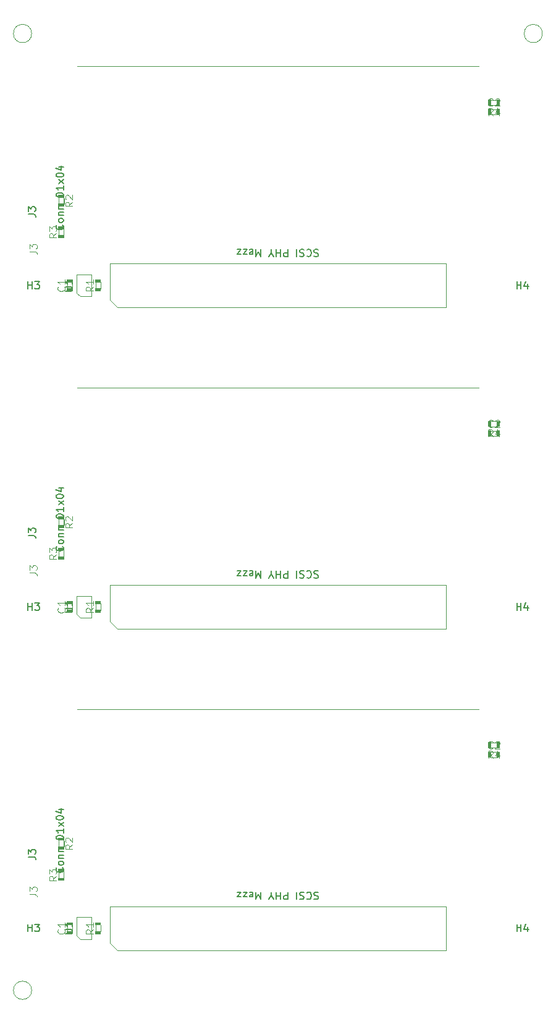
<source format=gbr>
G04 #@! TF.GenerationSoftware,KiCad,Pcbnew,8.0.6*
G04 #@! TF.CreationDate,2024-11-07T02:26:47-08:00*
G04 #@! TF.ProjectId,hvd-50-hd-panel,6876642d-3530-42d6-9864-2d70616e656c,1*
G04 #@! TF.SameCoordinates,Original*
G04 #@! TF.FileFunction,AssemblyDrawing,Top*
%FSLAX46Y46*%
G04 Gerber Fmt 4.6, Leading zero omitted, Abs format (unit mm)*
G04 Created by KiCad (PCBNEW 8.0.6) date 2024-11-07 02:26:47*
%MOMM*%
%LPD*%
G01*
G04 APERTURE LIST*
%ADD10C,0.100000*%
%ADD11C,0.150000*%
%ADD12C,0.000000*%
%ADD13C,0.050000*%
G04 APERTURE END LIST*
D10*
X-62792580Y98835334D02*
X-63268771Y98502001D01*
X-62792580Y98263906D02*
X-63792580Y98263906D01*
X-63792580Y98263906D02*
X-63792580Y98644858D01*
X-63792580Y98644858D02*
X-63744961Y98740096D01*
X-63744961Y98740096D02*
X-63697342Y98787715D01*
X-63697342Y98787715D02*
X-63602104Y98835334D01*
X-63602104Y98835334D02*
X-63459247Y98835334D01*
X-63459247Y98835334D02*
X-63364009Y98787715D01*
X-63364009Y98787715D02*
X-63316390Y98740096D01*
X-63316390Y98740096D02*
X-63268771Y98644858D01*
X-63268771Y98644858D02*
X-63268771Y98263906D01*
X-62792580Y99787715D02*
X-62792580Y99216287D01*
X-62792580Y99502001D02*
X-63792580Y99502001D01*
X-63792580Y99502001D02*
X-63649723Y99406763D01*
X-63649723Y99406763D02*
X-63554485Y99311525D01*
X-63554485Y99311525D02*
X-63506866Y99216287D01*
X-65642582Y66435334D02*
X-66118773Y66102001D01*
X-65642582Y65863906D02*
X-66642582Y65863906D01*
X-66642582Y65863906D02*
X-66642582Y66244858D01*
X-66642582Y66244858D02*
X-66594963Y66340096D01*
X-66594963Y66340096D02*
X-66547344Y66387715D01*
X-66547344Y66387715D02*
X-66452106Y66435334D01*
X-66452106Y66435334D02*
X-66309249Y66435334D01*
X-66309249Y66435334D02*
X-66214011Y66387715D01*
X-66214011Y66387715D02*
X-66166392Y66340096D01*
X-66166392Y66340096D02*
X-66118773Y66244858D01*
X-66118773Y66244858D02*
X-66118773Y65863906D01*
X-66547344Y66816287D02*
X-66594963Y66863906D01*
X-66594963Y66863906D02*
X-66642582Y66959144D01*
X-66642582Y66959144D02*
X-66642582Y67197239D01*
X-66642582Y67197239D02*
X-66594963Y67292477D01*
X-66594963Y67292477D02*
X-66547344Y67340096D01*
X-66547344Y67340096D02*
X-66452106Y67387715D01*
X-66452106Y67387715D02*
X-66356868Y67387715D01*
X-66356868Y67387715D02*
X-66214011Y67340096D01*
X-66214011Y67340096D02*
X-65642582Y66768668D01*
X-65642582Y66768668D02*
X-65642582Y67387715D01*
D11*
X-31976191Y59909201D02*
X-32119048Y59956821D01*
X-32119048Y59956821D02*
X-32357143Y59956821D01*
X-32357143Y59956821D02*
X-32452381Y59909201D01*
X-32452381Y59909201D02*
X-32500000Y59861582D01*
X-32500000Y59861582D02*
X-32547619Y59766344D01*
X-32547619Y59766344D02*
X-32547619Y59671106D01*
X-32547619Y59671106D02*
X-32500000Y59575868D01*
X-32500000Y59575868D02*
X-32452381Y59528249D01*
X-32452381Y59528249D02*
X-32357143Y59480630D01*
X-32357143Y59480630D02*
X-32166667Y59433011D01*
X-32166667Y59433011D02*
X-32071429Y59385392D01*
X-32071429Y59385392D02*
X-32023810Y59337773D01*
X-32023810Y59337773D02*
X-31976191Y59242535D01*
X-31976191Y59242535D02*
X-31976191Y59147297D01*
X-31976191Y59147297D02*
X-32023810Y59052059D01*
X-32023810Y59052059D02*
X-32071429Y59004440D01*
X-32071429Y59004440D02*
X-32166667Y58956821D01*
X-32166667Y58956821D02*
X-32404762Y58956821D01*
X-32404762Y58956821D02*
X-32547619Y59004440D01*
X-33547619Y59861582D02*
X-33500000Y59909201D01*
X-33500000Y59909201D02*
X-33357143Y59956821D01*
X-33357143Y59956821D02*
X-33261905Y59956821D01*
X-33261905Y59956821D02*
X-33119048Y59909201D01*
X-33119048Y59909201D02*
X-33023810Y59813963D01*
X-33023810Y59813963D02*
X-32976191Y59718725D01*
X-32976191Y59718725D02*
X-32928572Y59528249D01*
X-32928572Y59528249D02*
X-32928572Y59385392D01*
X-32928572Y59385392D02*
X-32976191Y59194916D01*
X-32976191Y59194916D02*
X-33023810Y59099678D01*
X-33023810Y59099678D02*
X-33119048Y59004440D01*
X-33119048Y59004440D02*
X-33261905Y58956821D01*
X-33261905Y58956821D02*
X-33357143Y58956821D01*
X-33357143Y58956821D02*
X-33500000Y59004440D01*
X-33500000Y59004440D02*
X-33547619Y59052059D01*
X-33928572Y59909201D02*
X-34071429Y59956821D01*
X-34071429Y59956821D02*
X-34309524Y59956821D01*
X-34309524Y59956821D02*
X-34404762Y59909201D01*
X-34404762Y59909201D02*
X-34452381Y59861582D01*
X-34452381Y59861582D02*
X-34500000Y59766344D01*
X-34500000Y59766344D02*
X-34500000Y59671106D01*
X-34500000Y59671106D02*
X-34452381Y59575868D01*
X-34452381Y59575868D02*
X-34404762Y59528249D01*
X-34404762Y59528249D02*
X-34309524Y59480630D01*
X-34309524Y59480630D02*
X-34119048Y59433011D01*
X-34119048Y59433011D02*
X-34023810Y59385392D01*
X-34023810Y59385392D02*
X-33976191Y59337773D01*
X-33976191Y59337773D02*
X-33928572Y59242535D01*
X-33928572Y59242535D02*
X-33928572Y59147297D01*
X-33928572Y59147297D02*
X-33976191Y59052059D01*
X-33976191Y59052059D02*
X-34023810Y59004440D01*
X-34023810Y59004440D02*
X-34119048Y58956821D01*
X-34119048Y58956821D02*
X-34357143Y58956821D01*
X-34357143Y58956821D02*
X-34500000Y59004440D01*
X-34928572Y59956821D02*
X-34928572Y58956821D01*
X-36166667Y59956821D02*
X-36166667Y58956821D01*
X-36166667Y58956821D02*
X-36547619Y58956821D01*
X-36547619Y58956821D02*
X-36642857Y59004440D01*
X-36642857Y59004440D02*
X-36690476Y59052059D01*
X-36690476Y59052059D02*
X-36738095Y59147297D01*
X-36738095Y59147297D02*
X-36738095Y59290154D01*
X-36738095Y59290154D02*
X-36690476Y59385392D01*
X-36690476Y59385392D02*
X-36642857Y59433011D01*
X-36642857Y59433011D02*
X-36547619Y59480630D01*
X-36547619Y59480630D02*
X-36166667Y59480630D01*
X-37166667Y59956821D02*
X-37166667Y58956821D01*
X-37166667Y59433011D02*
X-37738095Y59433011D01*
X-37738095Y59956821D02*
X-37738095Y58956821D01*
X-38404762Y59480630D02*
X-38404762Y59956821D01*
X-38071429Y58956821D02*
X-38404762Y59480630D01*
X-38404762Y59480630D02*
X-38738095Y58956821D01*
X-39833334Y59956821D02*
X-39833334Y58956821D01*
X-39833334Y58956821D02*
X-40166667Y59671106D01*
X-40166667Y59671106D02*
X-40500000Y58956821D01*
X-40500000Y58956821D02*
X-40500000Y59956821D01*
X-41357143Y59909201D02*
X-41261905Y59956821D01*
X-41261905Y59956821D02*
X-41071429Y59956821D01*
X-41071429Y59956821D02*
X-40976191Y59909201D01*
X-40976191Y59909201D02*
X-40928572Y59813963D01*
X-40928572Y59813963D02*
X-40928572Y59433011D01*
X-40928572Y59433011D02*
X-40976191Y59337773D01*
X-40976191Y59337773D02*
X-41071429Y59290154D01*
X-41071429Y59290154D02*
X-41261905Y59290154D01*
X-41261905Y59290154D02*
X-41357143Y59337773D01*
X-41357143Y59337773D02*
X-41404762Y59433011D01*
X-41404762Y59433011D02*
X-41404762Y59528249D01*
X-41404762Y59528249D02*
X-40928572Y59623487D01*
X-41738096Y59290154D02*
X-42261905Y59290154D01*
X-42261905Y59290154D02*
X-41738096Y59956821D01*
X-41738096Y59956821D02*
X-42261905Y59956821D01*
X-42547620Y59290154D02*
X-43071429Y59290154D01*
X-43071429Y59290154D02*
X-42547620Y59956821D01*
X-42547620Y59956821D02*
X-43071429Y59956821D01*
X-4761905Y54547181D02*
X-4761905Y55547181D01*
X-4761905Y55070991D02*
X-4190477Y55070991D01*
X-4190477Y54547181D02*
X-4190477Y55547181D01*
X-3285715Y55213848D02*
X-3285715Y54547181D01*
X-3523810Y55594800D02*
X-3761905Y54880515D01*
X-3761905Y54880515D02*
X-3142858Y54880515D01*
D10*
X-62792580Y54835334D02*
X-63268771Y54502001D01*
X-62792580Y54263906D02*
X-63792580Y54263906D01*
X-63792580Y54263906D02*
X-63792580Y54644858D01*
X-63792580Y54644858D02*
X-63744961Y54740096D01*
X-63744961Y54740096D02*
X-63697342Y54787715D01*
X-63697342Y54787715D02*
X-63602104Y54835334D01*
X-63602104Y54835334D02*
X-63459247Y54835334D01*
X-63459247Y54835334D02*
X-63364009Y54787715D01*
X-63364009Y54787715D02*
X-63316390Y54740096D01*
X-63316390Y54740096D02*
X-63268771Y54644858D01*
X-63268771Y54644858D02*
X-63268771Y54263906D01*
X-62792580Y55787715D02*
X-62792580Y55216287D01*
X-62792580Y55502001D02*
X-63792580Y55502001D01*
X-63792580Y55502001D02*
X-63649723Y55406763D01*
X-63649723Y55406763D02*
X-63554485Y55311525D01*
X-63554485Y55311525D02*
X-63506866Y55216287D01*
D11*
X-4761905Y10547181D02*
X-4761905Y11547181D01*
X-4761905Y11070991D02*
X-4190477Y11070991D01*
X-4190477Y10547181D02*
X-4190477Y11547181D01*
X-3285715Y11213848D02*
X-3285715Y10547181D01*
X-3523810Y11594800D02*
X-3761905Y10880515D01*
X-3761905Y10880515D02*
X-3142858Y10880515D01*
D10*
X-71542581Y15668667D02*
X-70828296Y15668667D01*
X-70828296Y15668667D02*
X-70685439Y15621048D01*
X-70685439Y15621048D02*
X-70590200Y15525810D01*
X-70590200Y15525810D02*
X-70542581Y15382953D01*
X-70542581Y15382953D02*
X-70542581Y15287715D01*
X-71542581Y16049620D02*
X-71542581Y16668667D01*
X-71542581Y16668667D02*
X-71161629Y16335334D01*
X-71161629Y16335334D02*
X-71161629Y16478191D01*
X-71161629Y16478191D02*
X-71114010Y16573429D01*
X-71114010Y16573429D02*
X-71066391Y16621048D01*
X-71066391Y16621048D02*
X-70971153Y16668667D01*
X-70971153Y16668667D02*
X-70733058Y16668667D01*
X-70733058Y16668667D02*
X-70637820Y16621048D01*
X-70637820Y16621048D02*
X-70590200Y16573429D01*
X-70590200Y16573429D02*
X-70542581Y16478191D01*
X-70542581Y16478191D02*
X-70542581Y16192477D01*
X-70542581Y16192477D02*
X-70590200Y16097239D01*
X-70590200Y16097239D02*
X-70637820Y16049620D01*
D11*
X-67000421Y19273905D02*
X-66952801Y19226286D01*
X-66952801Y19226286D02*
X-66905182Y19083429D01*
X-66905182Y19083429D02*
X-66905182Y18988191D01*
X-66905182Y18988191D02*
X-66952801Y18845334D01*
X-66952801Y18845334D02*
X-67048040Y18750096D01*
X-67048040Y18750096D02*
X-67143278Y18702477D01*
X-67143278Y18702477D02*
X-67333754Y18654858D01*
X-67333754Y18654858D02*
X-67476611Y18654858D01*
X-67476611Y18654858D02*
X-67667087Y18702477D01*
X-67667087Y18702477D02*
X-67762325Y18750096D01*
X-67762325Y18750096D02*
X-67857563Y18845334D01*
X-67857563Y18845334D02*
X-67905182Y18988191D01*
X-67905182Y18988191D02*
X-67905182Y19083429D01*
X-67905182Y19083429D02*
X-67857563Y19226286D01*
X-67857563Y19226286D02*
X-67809944Y19273905D01*
X-66905182Y19845334D02*
X-66952801Y19750096D01*
X-66952801Y19750096D02*
X-67000421Y19702477D01*
X-67000421Y19702477D02*
X-67095659Y19654858D01*
X-67095659Y19654858D02*
X-67381373Y19654858D01*
X-67381373Y19654858D02*
X-67476611Y19702477D01*
X-67476611Y19702477D02*
X-67524230Y19750096D01*
X-67524230Y19750096D02*
X-67571849Y19845334D01*
X-67571849Y19845334D02*
X-67571849Y19988191D01*
X-67571849Y19988191D02*
X-67524230Y20083429D01*
X-67524230Y20083429D02*
X-67476611Y20131048D01*
X-67476611Y20131048D02*
X-67381373Y20178667D01*
X-67381373Y20178667D02*
X-67095659Y20178667D01*
X-67095659Y20178667D02*
X-67000421Y20131048D01*
X-67000421Y20131048D02*
X-66952801Y20083429D01*
X-66952801Y20083429D02*
X-66905182Y19988191D01*
X-66905182Y19988191D02*
X-66905182Y19845334D01*
X-67571849Y20607239D02*
X-66905182Y20607239D01*
X-67476611Y20607239D02*
X-67524230Y20654858D01*
X-67524230Y20654858D02*
X-67571849Y20750096D01*
X-67571849Y20750096D02*
X-67571849Y20892953D01*
X-67571849Y20892953D02*
X-67524230Y20988191D01*
X-67524230Y20988191D02*
X-67428992Y21035810D01*
X-67428992Y21035810D02*
X-66905182Y21035810D01*
X-67571849Y21512001D02*
X-66905182Y21512001D01*
X-67476611Y21512001D02*
X-67524230Y21559620D01*
X-67524230Y21559620D02*
X-67571849Y21654858D01*
X-67571849Y21654858D02*
X-67571849Y21797715D01*
X-67571849Y21797715D02*
X-67524230Y21892953D01*
X-67524230Y21892953D02*
X-67428992Y21940572D01*
X-67428992Y21940572D02*
X-66905182Y21940572D01*
X-66809944Y22178667D02*
X-66809944Y22940572D01*
X-67905182Y23369144D02*
X-67905182Y23464382D01*
X-67905182Y23464382D02*
X-67857563Y23559620D01*
X-67857563Y23559620D02*
X-67809944Y23607239D01*
X-67809944Y23607239D02*
X-67714706Y23654858D01*
X-67714706Y23654858D02*
X-67524230Y23702477D01*
X-67524230Y23702477D02*
X-67286135Y23702477D01*
X-67286135Y23702477D02*
X-67095659Y23654858D01*
X-67095659Y23654858D02*
X-67000421Y23607239D01*
X-67000421Y23607239D02*
X-66952801Y23559620D01*
X-66952801Y23559620D02*
X-66905182Y23464382D01*
X-66905182Y23464382D02*
X-66905182Y23369144D01*
X-66905182Y23369144D02*
X-66952801Y23273906D01*
X-66952801Y23273906D02*
X-67000421Y23226287D01*
X-67000421Y23226287D02*
X-67095659Y23178668D01*
X-67095659Y23178668D02*
X-67286135Y23131049D01*
X-67286135Y23131049D02*
X-67524230Y23131049D01*
X-67524230Y23131049D02*
X-67714706Y23178668D01*
X-67714706Y23178668D02*
X-67809944Y23226287D01*
X-67809944Y23226287D02*
X-67857563Y23273906D01*
X-67857563Y23273906D02*
X-67905182Y23369144D01*
X-66905182Y24654858D02*
X-66905182Y24083430D01*
X-66905182Y24369144D02*
X-67905182Y24369144D01*
X-67905182Y24369144D02*
X-67762325Y24273906D01*
X-67762325Y24273906D02*
X-67667087Y24178668D01*
X-67667087Y24178668D02*
X-67619468Y24083430D01*
X-66905182Y24988192D02*
X-67571849Y25512001D01*
X-67571849Y24988192D02*
X-66905182Y25512001D01*
X-67905182Y26083430D02*
X-67905182Y26178668D01*
X-67905182Y26178668D02*
X-67857563Y26273906D01*
X-67857563Y26273906D02*
X-67809944Y26321525D01*
X-67809944Y26321525D02*
X-67714706Y26369144D01*
X-67714706Y26369144D02*
X-67524230Y26416763D01*
X-67524230Y26416763D02*
X-67286135Y26416763D01*
X-67286135Y26416763D02*
X-67095659Y26369144D01*
X-67095659Y26369144D02*
X-67000421Y26321525D01*
X-67000421Y26321525D02*
X-66952801Y26273906D01*
X-66952801Y26273906D02*
X-66905182Y26178668D01*
X-66905182Y26178668D02*
X-66905182Y26083430D01*
X-66905182Y26083430D02*
X-66952801Y25988192D01*
X-66952801Y25988192D02*
X-67000421Y25940573D01*
X-67000421Y25940573D02*
X-67095659Y25892954D01*
X-67095659Y25892954D02*
X-67286135Y25845335D01*
X-67286135Y25845335D02*
X-67524230Y25845335D01*
X-67524230Y25845335D02*
X-67714706Y25892954D01*
X-67714706Y25892954D02*
X-67809944Y25940573D01*
X-67809944Y25940573D02*
X-67857563Y25988192D01*
X-67857563Y25988192D02*
X-67905182Y26083430D01*
X-67571849Y27273906D02*
X-66905182Y27273906D01*
X-67952801Y27035811D02*
X-67238516Y26797716D01*
X-67238516Y26797716D02*
X-67238516Y27416763D01*
X-71715181Y20773667D02*
X-71000896Y20773667D01*
X-71000896Y20773667D02*
X-70858039Y20726048D01*
X-70858039Y20726048D02*
X-70762800Y20630810D01*
X-70762800Y20630810D02*
X-70715181Y20487953D01*
X-70715181Y20487953D02*
X-70715181Y20392715D01*
X-71715181Y21154620D02*
X-71715181Y21773667D01*
X-71715181Y21773667D02*
X-71334229Y21440334D01*
X-71334229Y21440334D02*
X-71334229Y21583191D01*
X-71334229Y21583191D02*
X-71286610Y21678429D01*
X-71286610Y21678429D02*
X-71238991Y21726048D01*
X-71238991Y21726048D02*
X-71143753Y21773667D01*
X-71143753Y21773667D02*
X-70905658Y21773667D01*
X-70905658Y21773667D02*
X-70810420Y21726048D01*
X-70810420Y21726048D02*
X-70762800Y21678429D01*
X-70762800Y21678429D02*
X-70715181Y21583191D01*
X-70715181Y21583191D02*
X-70715181Y21297477D01*
X-70715181Y21297477D02*
X-70762800Y21202239D01*
X-70762800Y21202239D02*
X-70810420Y21154620D01*
X-31976191Y103909201D02*
X-32119048Y103956821D01*
X-32119048Y103956821D02*
X-32357143Y103956821D01*
X-32357143Y103956821D02*
X-32452381Y103909201D01*
X-32452381Y103909201D02*
X-32500000Y103861582D01*
X-32500000Y103861582D02*
X-32547619Y103766344D01*
X-32547619Y103766344D02*
X-32547619Y103671106D01*
X-32547619Y103671106D02*
X-32500000Y103575868D01*
X-32500000Y103575868D02*
X-32452381Y103528249D01*
X-32452381Y103528249D02*
X-32357143Y103480630D01*
X-32357143Y103480630D02*
X-32166667Y103433011D01*
X-32166667Y103433011D02*
X-32071429Y103385392D01*
X-32071429Y103385392D02*
X-32023810Y103337773D01*
X-32023810Y103337773D02*
X-31976191Y103242535D01*
X-31976191Y103242535D02*
X-31976191Y103147297D01*
X-31976191Y103147297D02*
X-32023810Y103052059D01*
X-32023810Y103052059D02*
X-32071429Y103004440D01*
X-32071429Y103004440D02*
X-32166667Y102956821D01*
X-32166667Y102956821D02*
X-32404762Y102956821D01*
X-32404762Y102956821D02*
X-32547619Y103004440D01*
X-33547619Y103861582D02*
X-33500000Y103909201D01*
X-33500000Y103909201D02*
X-33357143Y103956821D01*
X-33357143Y103956821D02*
X-33261905Y103956821D01*
X-33261905Y103956821D02*
X-33119048Y103909201D01*
X-33119048Y103909201D02*
X-33023810Y103813963D01*
X-33023810Y103813963D02*
X-32976191Y103718725D01*
X-32976191Y103718725D02*
X-32928572Y103528249D01*
X-32928572Y103528249D02*
X-32928572Y103385392D01*
X-32928572Y103385392D02*
X-32976191Y103194916D01*
X-32976191Y103194916D02*
X-33023810Y103099678D01*
X-33023810Y103099678D02*
X-33119048Y103004440D01*
X-33119048Y103004440D02*
X-33261905Y102956821D01*
X-33261905Y102956821D02*
X-33357143Y102956821D01*
X-33357143Y102956821D02*
X-33500000Y103004440D01*
X-33500000Y103004440D02*
X-33547619Y103052059D01*
X-33928572Y103909201D02*
X-34071429Y103956821D01*
X-34071429Y103956821D02*
X-34309524Y103956821D01*
X-34309524Y103956821D02*
X-34404762Y103909201D01*
X-34404762Y103909201D02*
X-34452381Y103861582D01*
X-34452381Y103861582D02*
X-34500000Y103766344D01*
X-34500000Y103766344D02*
X-34500000Y103671106D01*
X-34500000Y103671106D02*
X-34452381Y103575868D01*
X-34452381Y103575868D02*
X-34404762Y103528249D01*
X-34404762Y103528249D02*
X-34309524Y103480630D01*
X-34309524Y103480630D02*
X-34119048Y103433011D01*
X-34119048Y103433011D02*
X-34023810Y103385392D01*
X-34023810Y103385392D02*
X-33976191Y103337773D01*
X-33976191Y103337773D02*
X-33928572Y103242535D01*
X-33928572Y103242535D02*
X-33928572Y103147297D01*
X-33928572Y103147297D02*
X-33976191Y103052059D01*
X-33976191Y103052059D02*
X-34023810Y103004440D01*
X-34023810Y103004440D02*
X-34119048Y102956821D01*
X-34119048Y102956821D02*
X-34357143Y102956821D01*
X-34357143Y102956821D02*
X-34500000Y103004440D01*
X-34928572Y103956821D02*
X-34928572Y102956821D01*
X-36166667Y103956821D02*
X-36166667Y102956821D01*
X-36166667Y102956821D02*
X-36547619Y102956821D01*
X-36547619Y102956821D02*
X-36642857Y103004440D01*
X-36642857Y103004440D02*
X-36690476Y103052059D01*
X-36690476Y103052059D02*
X-36738095Y103147297D01*
X-36738095Y103147297D02*
X-36738095Y103290154D01*
X-36738095Y103290154D02*
X-36690476Y103385392D01*
X-36690476Y103385392D02*
X-36642857Y103433011D01*
X-36642857Y103433011D02*
X-36547619Y103480630D01*
X-36547619Y103480630D02*
X-36166667Y103480630D01*
X-37166667Y103956821D02*
X-37166667Y102956821D01*
X-37166667Y103433011D02*
X-37738095Y103433011D01*
X-37738095Y103956821D02*
X-37738095Y102956821D01*
X-38404762Y103480630D02*
X-38404762Y103956821D01*
X-38071429Y102956821D02*
X-38404762Y103480630D01*
X-38404762Y103480630D02*
X-38738095Y102956821D01*
X-39833334Y103956821D02*
X-39833334Y102956821D01*
X-39833334Y102956821D02*
X-40166667Y103671106D01*
X-40166667Y103671106D02*
X-40500000Y102956821D01*
X-40500000Y102956821D02*
X-40500000Y103956821D01*
X-41357143Y103909201D02*
X-41261905Y103956821D01*
X-41261905Y103956821D02*
X-41071429Y103956821D01*
X-41071429Y103956821D02*
X-40976191Y103909201D01*
X-40976191Y103909201D02*
X-40928572Y103813963D01*
X-40928572Y103813963D02*
X-40928572Y103433011D01*
X-40928572Y103433011D02*
X-40976191Y103337773D01*
X-40976191Y103337773D02*
X-41071429Y103290154D01*
X-41071429Y103290154D02*
X-41261905Y103290154D01*
X-41261905Y103290154D02*
X-41357143Y103337773D01*
X-41357143Y103337773D02*
X-41404762Y103433011D01*
X-41404762Y103433011D02*
X-41404762Y103528249D01*
X-41404762Y103528249D02*
X-40928572Y103623487D01*
X-41738096Y103290154D02*
X-42261905Y103290154D01*
X-42261905Y103290154D02*
X-41738096Y103956821D01*
X-41738096Y103956821D02*
X-42261905Y103956821D01*
X-42547620Y103290154D02*
X-43071429Y103290154D01*
X-43071429Y103290154D02*
X-42547620Y103956821D01*
X-42547620Y103956821D02*
X-43071429Y103956821D01*
D10*
X-65642582Y22435334D02*
X-66118773Y22102001D01*
X-65642582Y21863906D02*
X-66642582Y21863906D01*
X-66642582Y21863906D02*
X-66642582Y22244858D01*
X-66642582Y22244858D02*
X-66594963Y22340096D01*
X-66594963Y22340096D02*
X-66547344Y22387715D01*
X-66547344Y22387715D02*
X-66452106Y22435334D01*
X-66452106Y22435334D02*
X-66309249Y22435334D01*
X-66309249Y22435334D02*
X-66214011Y22387715D01*
X-66214011Y22387715D02*
X-66166392Y22340096D01*
X-66166392Y22340096D02*
X-66118773Y22244858D01*
X-66118773Y22244858D02*
X-66118773Y21863906D01*
X-66547344Y22816287D02*
X-66594963Y22863906D01*
X-66594963Y22863906D02*
X-66642582Y22959144D01*
X-66642582Y22959144D02*
X-66642582Y23197239D01*
X-66642582Y23197239D02*
X-66594963Y23292477D01*
X-66594963Y23292477D02*
X-66547344Y23340096D01*
X-66547344Y23340096D02*
X-66452106Y23387715D01*
X-66452106Y23387715D02*
X-66356868Y23387715D01*
X-66356868Y23387715D02*
X-66214011Y23340096D01*
X-66214011Y23340096D02*
X-65642582Y22768668D01*
X-65642582Y22768668D02*
X-65642582Y23387715D01*
X-62792580Y10835334D02*
X-63268771Y10502001D01*
X-62792580Y10263906D02*
X-63792580Y10263906D01*
X-63792580Y10263906D02*
X-63792580Y10644858D01*
X-63792580Y10644858D02*
X-63744961Y10740096D01*
X-63744961Y10740096D02*
X-63697342Y10787715D01*
X-63697342Y10787715D02*
X-63602104Y10835334D01*
X-63602104Y10835334D02*
X-63459247Y10835334D01*
X-63459247Y10835334D02*
X-63364009Y10787715D01*
X-63364009Y10787715D02*
X-63316390Y10740096D01*
X-63316390Y10740096D02*
X-63268771Y10644858D01*
X-63268771Y10644858D02*
X-63268771Y10263906D01*
X-62792580Y11787715D02*
X-62792580Y11216287D01*
X-62792580Y11502001D02*
X-63792580Y11502001D01*
X-63792580Y11502001D02*
X-63649723Y11406763D01*
X-63649723Y11406763D02*
X-63554485Y11311525D01*
X-63554485Y11311525D02*
X-63506866Y11216287D01*
X-8066667Y35689820D02*
X-8114286Y35642200D01*
X-8114286Y35642200D02*
X-8257143Y35594581D01*
X-8257143Y35594581D02*
X-8352381Y35594581D01*
X-8352381Y35594581D02*
X-8495238Y35642200D01*
X-8495238Y35642200D02*
X-8590476Y35737439D01*
X-8590476Y35737439D02*
X-8638095Y35832677D01*
X-8638095Y35832677D02*
X-8685714Y36023153D01*
X-8685714Y36023153D02*
X-8685714Y36166010D01*
X-8685714Y36166010D02*
X-8638095Y36356486D01*
X-8638095Y36356486D02*
X-8590476Y36451724D01*
X-8590476Y36451724D02*
X-8495238Y36546962D01*
X-8495238Y36546962D02*
X-8352381Y36594581D01*
X-8352381Y36594581D02*
X-8257143Y36594581D01*
X-8257143Y36594581D02*
X-8114286Y36546962D01*
X-8114286Y36546962D02*
X-8066667Y36499343D01*
X-7685714Y36499343D02*
X-7638095Y36546962D01*
X-7638095Y36546962D02*
X-7542857Y36594581D01*
X-7542857Y36594581D02*
X-7304762Y36594581D01*
X-7304762Y36594581D02*
X-7209524Y36546962D01*
X-7209524Y36546962D02*
X-7161905Y36499343D01*
X-7161905Y36499343D02*
X-7114286Y36404105D01*
X-7114286Y36404105D02*
X-7114286Y36308867D01*
X-7114286Y36308867D02*
X-7161905Y36166010D01*
X-7161905Y36166010D02*
X-7733333Y35594581D01*
X-7733333Y35594581D02*
X-7114286Y35594581D01*
X-8066667Y123689820D02*
X-8114286Y123642200D01*
X-8114286Y123642200D02*
X-8257143Y123594581D01*
X-8257143Y123594581D02*
X-8352381Y123594581D01*
X-8352381Y123594581D02*
X-8495238Y123642200D01*
X-8495238Y123642200D02*
X-8590476Y123737439D01*
X-8590476Y123737439D02*
X-8638095Y123832677D01*
X-8638095Y123832677D02*
X-8685714Y124023153D01*
X-8685714Y124023153D02*
X-8685714Y124166010D01*
X-8685714Y124166010D02*
X-8638095Y124356486D01*
X-8638095Y124356486D02*
X-8590476Y124451724D01*
X-8590476Y124451724D02*
X-8495238Y124546962D01*
X-8495238Y124546962D02*
X-8352381Y124594581D01*
X-8352381Y124594581D02*
X-8257143Y124594581D01*
X-8257143Y124594581D02*
X-8114286Y124546962D01*
X-8114286Y124546962D02*
X-8066667Y124499343D01*
X-7685714Y124499343D02*
X-7638095Y124546962D01*
X-7638095Y124546962D02*
X-7542857Y124594581D01*
X-7542857Y124594581D02*
X-7304762Y124594581D01*
X-7304762Y124594581D02*
X-7209524Y124546962D01*
X-7209524Y124546962D02*
X-7161905Y124499343D01*
X-7161905Y124499343D02*
X-7114286Y124404105D01*
X-7114286Y124404105D02*
X-7114286Y124308867D01*
X-7114286Y124308867D02*
X-7161905Y124166010D01*
X-7161905Y124166010D02*
X-7733333Y123594581D01*
X-7733333Y123594581D02*
X-7114286Y123594581D01*
X-66787819Y10835334D02*
X-66740199Y10787715D01*
X-66740199Y10787715D02*
X-66692580Y10644858D01*
X-66692580Y10644858D02*
X-66692580Y10549620D01*
X-66692580Y10549620D02*
X-66740199Y10406763D01*
X-66740199Y10406763D02*
X-66835438Y10311525D01*
X-66835438Y10311525D02*
X-66930676Y10263906D01*
X-66930676Y10263906D02*
X-67121152Y10216287D01*
X-67121152Y10216287D02*
X-67264009Y10216287D01*
X-67264009Y10216287D02*
X-67454485Y10263906D01*
X-67454485Y10263906D02*
X-67549723Y10311525D01*
X-67549723Y10311525D02*
X-67644961Y10406763D01*
X-67644961Y10406763D02*
X-67692580Y10549620D01*
X-67692580Y10549620D02*
X-67692580Y10644858D01*
X-67692580Y10644858D02*
X-67644961Y10787715D01*
X-67644961Y10787715D02*
X-67597342Y10835334D01*
X-66692580Y11787715D02*
X-66692580Y11216287D01*
X-66692580Y11502001D02*
X-67692580Y11502001D01*
X-67692580Y11502001D02*
X-67549723Y11406763D01*
X-67549723Y11406763D02*
X-67454485Y11311525D01*
X-67454485Y11311525D02*
X-67406866Y11216287D01*
D11*
X-31976191Y15909201D02*
X-32119048Y15956821D01*
X-32119048Y15956821D02*
X-32357143Y15956821D01*
X-32357143Y15956821D02*
X-32452381Y15909201D01*
X-32452381Y15909201D02*
X-32500000Y15861582D01*
X-32500000Y15861582D02*
X-32547619Y15766344D01*
X-32547619Y15766344D02*
X-32547619Y15671106D01*
X-32547619Y15671106D02*
X-32500000Y15575868D01*
X-32500000Y15575868D02*
X-32452381Y15528249D01*
X-32452381Y15528249D02*
X-32357143Y15480630D01*
X-32357143Y15480630D02*
X-32166667Y15433011D01*
X-32166667Y15433011D02*
X-32071429Y15385392D01*
X-32071429Y15385392D02*
X-32023810Y15337773D01*
X-32023810Y15337773D02*
X-31976191Y15242535D01*
X-31976191Y15242535D02*
X-31976191Y15147297D01*
X-31976191Y15147297D02*
X-32023810Y15052059D01*
X-32023810Y15052059D02*
X-32071429Y15004440D01*
X-32071429Y15004440D02*
X-32166667Y14956821D01*
X-32166667Y14956821D02*
X-32404762Y14956821D01*
X-32404762Y14956821D02*
X-32547619Y15004440D01*
X-33547619Y15861582D02*
X-33500000Y15909201D01*
X-33500000Y15909201D02*
X-33357143Y15956821D01*
X-33357143Y15956821D02*
X-33261905Y15956821D01*
X-33261905Y15956821D02*
X-33119048Y15909201D01*
X-33119048Y15909201D02*
X-33023810Y15813963D01*
X-33023810Y15813963D02*
X-32976191Y15718725D01*
X-32976191Y15718725D02*
X-32928572Y15528249D01*
X-32928572Y15528249D02*
X-32928572Y15385392D01*
X-32928572Y15385392D02*
X-32976191Y15194916D01*
X-32976191Y15194916D02*
X-33023810Y15099678D01*
X-33023810Y15099678D02*
X-33119048Y15004440D01*
X-33119048Y15004440D02*
X-33261905Y14956821D01*
X-33261905Y14956821D02*
X-33357143Y14956821D01*
X-33357143Y14956821D02*
X-33500000Y15004440D01*
X-33500000Y15004440D02*
X-33547619Y15052059D01*
X-33928572Y15909201D02*
X-34071429Y15956821D01*
X-34071429Y15956821D02*
X-34309524Y15956821D01*
X-34309524Y15956821D02*
X-34404762Y15909201D01*
X-34404762Y15909201D02*
X-34452381Y15861582D01*
X-34452381Y15861582D02*
X-34500000Y15766344D01*
X-34500000Y15766344D02*
X-34500000Y15671106D01*
X-34500000Y15671106D02*
X-34452381Y15575868D01*
X-34452381Y15575868D02*
X-34404762Y15528249D01*
X-34404762Y15528249D02*
X-34309524Y15480630D01*
X-34309524Y15480630D02*
X-34119048Y15433011D01*
X-34119048Y15433011D02*
X-34023810Y15385392D01*
X-34023810Y15385392D02*
X-33976191Y15337773D01*
X-33976191Y15337773D02*
X-33928572Y15242535D01*
X-33928572Y15242535D02*
X-33928572Y15147297D01*
X-33928572Y15147297D02*
X-33976191Y15052059D01*
X-33976191Y15052059D02*
X-34023810Y15004440D01*
X-34023810Y15004440D02*
X-34119048Y14956821D01*
X-34119048Y14956821D02*
X-34357143Y14956821D01*
X-34357143Y14956821D02*
X-34500000Y15004440D01*
X-34928572Y15956821D02*
X-34928572Y14956821D01*
X-36166667Y15956821D02*
X-36166667Y14956821D01*
X-36166667Y14956821D02*
X-36547619Y14956821D01*
X-36547619Y14956821D02*
X-36642857Y15004440D01*
X-36642857Y15004440D02*
X-36690476Y15052059D01*
X-36690476Y15052059D02*
X-36738095Y15147297D01*
X-36738095Y15147297D02*
X-36738095Y15290154D01*
X-36738095Y15290154D02*
X-36690476Y15385392D01*
X-36690476Y15385392D02*
X-36642857Y15433011D01*
X-36642857Y15433011D02*
X-36547619Y15480630D01*
X-36547619Y15480630D02*
X-36166667Y15480630D01*
X-37166667Y15956821D02*
X-37166667Y14956821D01*
X-37166667Y15433011D02*
X-37738095Y15433011D01*
X-37738095Y15956821D02*
X-37738095Y14956821D01*
X-38404762Y15480630D02*
X-38404762Y15956821D01*
X-38071429Y14956821D02*
X-38404762Y15480630D01*
X-38404762Y15480630D02*
X-38738095Y14956821D01*
X-39833334Y15956821D02*
X-39833334Y14956821D01*
X-39833334Y14956821D02*
X-40166667Y15671106D01*
X-40166667Y15671106D02*
X-40500000Y14956821D01*
X-40500000Y14956821D02*
X-40500000Y15956821D01*
X-41357143Y15909201D02*
X-41261905Y15956821D01*
X-41261905Y15956821D02*
X-41071429Y15956821D01*
X-41071429Y15956821D02*
X-40976191Y15909201D01*
X-40976191Y15909201D02*
X-40928572Y15813963D01*
X-40928572Y15813963D02*
X-40928572Y15433011D01*
X-40928572Y15433011D02*
X-40976191Y15337773D01*
X-40976191Y15337773D02*
X-41071429Y15290154D01*
X-41071429Y15290154D02*
X-41261905Y15290154D01*
X-41261905Y15290154D02*
X-41357143Y15337773D01*
X-41357143Y15337773D02*
X-41404762Y15433011D01*
X-41404762Y15433011D02*
X-41404762Y15528249D01*
X-41404762Y15528249D02*
X-40928572Y15623487D01*
X-41738096Y15290154D02*
X-42261905Y15290154D01*
X-42261905Y15290154D02*
X-41738096Y15956821D01*
X-41738096Y15956821D02*
X-42261905Y15956821D01*
X-42547620Y15290154D02*
X-43071429Y15290154D01*
X-43071429Y15290154D02*
X-42547620Y15956821D01*
X-42547620Y15956821D02*
X-43071429Y15956821D01*
D10*
X-71542581Y59668667D02*
X-70828296Y59668667D01*
X-70828296Y59668667D02*
X-70685439Y59621048D01*
X-70685439Y59621048D02*
X-70590200Y59525810D01*
X-70590200Y59525810D02*
X-70542581Y59382953D01*
X-70542581Y59382953D02*
X-70542581Y59287715D01*
X-71542581Y60049620D02*
X-71542581Y60668667D01*
X-71542581Y60668667D02*
X-71161629Y60335334D01*
X-71161629Y60335334D02*
X-71161629Y60478191D01*
X-71161629Y60478191D02*
X-71114010Y60573429D01*
X-71114010Y60573429D02*
X-71066391Y60621048D01*
X-71066391Y60621048D02*
X-70971153Y60668667D01*
X-70971153Y60668667D02*
X-70733058Y60668667D01*
X-70733058Y60668667D02*
X-70637820Y60621048D01*
X-70637820Y60621048D02*
X-70590200Y60573429D01*
X-70590200Y60573429D02*
X-70542581Y60478191D01*
X-70542581Y60478191D02*
X-70542581Y60192477D01*
X-70542581Y60192477D02*
X-70590200Y60097239D01*
X-70590200Y60097239D02*
X-70637820Y60049620D01*
D11*
X-67000421Y63273905D02*
X-66952801Y63226286D01*
X-66952801Y63226286D02*
X-66905182Y63083429D01*
X-66905182Y63083429D02*
X-66905182Y62988191D01*
X-66905182Y62988191D02*
X-66952801Y62845334D01*
X-66952801Y62845334D02*
X-67048040Y62750096D01*
X-67048040Y62750096D02*
X-67143278Y62702477D01*
X-67143278Y62702477D02*
X-67333754Y62654858D01*
X-67333754Y62654858D02*
X-67476611Y62654858D01*
X-67476611Y62654858D02*
X-67667087Y62702477D01*
X-67667087Y62702477D02*
X-67762325Y62750096D01*
X-67762325Y62750096D02*
X-67857563Y62845334D01*
X-67857563Y62845334D02*
X-67905182Y62988191D01*
X-67905182Y62988191D02*
X-67905182Y63083429D01*
X-67905182Y63083429D02*
X-67857563Y63226286D01*
X-67857563Y63226286D02*
X-67809944Y63273905D01*
X-66905182Y63845334D02*
X-66952801Y63750096D01*
X-66952801Y63750096D02*
X-67000421Y63702477D01*
X-67000421Y63702477D02*
X-67095659Y63654858D01*
X-67095659Y63654858D02*
X-67381373Y63654858D01*
X-67381373Y63654858D02*
X-67476611Y63702477D01*
X-67476611Y63702477D02*
X-67524230Y63750096D01*
X-67524230Y63750096D02*
X-67571849Y63845334D01*
X-67571849Y63845334D02*
X-67571849Y63988191D01*
X-67571849Y63988191D02*
X-67524230Y64083429D01*
X-67524230Y64083429D02*
X-67476611Y64131048D01*
X-67476611Y64131048D02*
X-67381373Y64178667D01*
X-67381373Y64178667D02*
X-67095659Y64178667D01*
X-67095659Y64178667D02*
X-67000421Y64131048D01*
X-67000421Y64131048D02*
X-66952801Y64083429D01*
X-66952801Y64083429D02*
X-66905182Y63988191D01*
X-66905182Y63988191D02*
X-66905182Y63845334D01*
X-67571849Y64607239D02*
X-66905182Y64607239D01*
X-67476611Y64607239D02*
X-67524230Y64654858D01*
X-67524230Y64654858D02*
X-67571849Y64750096D01*
X-67571849Y64750096D02*
X-67571849Y64892953D01*
X-67571849Y64892953D02*
X-67524230Y64988191D01*
X-67524230Y64988191D02*
X-67428992Y65035810D01*
X-67428992Y65035810D02*
X-66905182Y65035810D01*
X-67571849Y65512001D02*
X-66905182Y65512001D01*
X-67476611Y65512001D02*
X-67524230Y65559620D01*
X-67524230Y65559620D02*
X-67571849Y65654858D01*
X-67571849Y65654858D02*
X-67571849Y65797715D01*
X-67571849Y65797715D02*
X-67524230Y65892953D01*
X-67524230Y65892953D02*
X-67428992Y65940572D01*
X-67428992Y65940572D02*
X-66905182Y65940572D01*
X-66809944Y66178667D02*
X-66809944Y66940572D01*
X-67905182Y67369144D02*
X-67905182Y67464382D01*
X-67905182Y67464382D02*
X-67857563Y67559620D01*
X-67857563Y67559620D02*
X-67809944Y67607239D01*
X-67809944Y67607239D02*
X-67714706Y67654858D01*
X-67714706Y67654858D02*
X-67524230Y67702477D01*
X-67524230Y67702477D02*
X-67286135Y67702477D01*
X-67286135Y67702477D02*
X-67095659Y67654858D01*
X-67095659Y67654858D02*
X-67000421Y67607239D01*
X-67000421Y67607239D02*
X-66952801Y67559620D01*
X-66952801Y67559620D02*
X-66905182Y67464382D01*
X-66905182Y67464382D02*
X-66905182Y67369144D01*
X-66905182Y67369144D02*
X-66952801Y67273906D01*
X-66952801Y67273906D02*
X-67000421Y67226287D01*
X-67000421Y67226287D02*
X-67095659Y67178668D01*
X-67095659Y67178668D02*
X-67286135Y67131049D01*
X-67286135Y67131049D02*
X-67524230Y67131049D01*
X-67524230Y67131049D02*
X-67714706Y67178668D01*
X-67714706Y67178668D02*
X-67809944Y67226287D01*
X-67809944Y67226287D02*
X-67857563Y67273906D01*
X-67857563Y67273906D02*
X-67905182Y67369144D01*
X-66905182Y68654858D02*
X-66905182Y68083430D01*
X-66905182Y68369144D02*
X-67905182Y68369144D01*
X-67905182Y68369144D02*
X-67762325Y68273906D01*
X-67762325Y68273906D02*
X-67667087Y68178668D01*
X-67667087Y68178668D02*
X-67619468Y68083430D01*
X-66905182Y68988192D02*
X-67571849Y69512001D01*
X-67571849Y68988192D02*
X-66905182Y69512001D01*
X-67905182Y70083430D02*
X-67905182Y70178668D01*
X-67905182Y70178668D02*
X-67857563Y70273906D01*
X-67857563Y70273906D02*
X-67809944Y70321525D01*
X-67809944Y70321525D02*
X-67714706Y70369144D01*
X-67714706Y70369144D02*
X-67524230Y70416763D01*
X-67524230Y70416763D02*
X-67286135Y70416763D01*
X-67286135Y70416763D02*
X-67095659Y70369144D01*
X-67095659Y70369144D02*
X-67000421Y70321525D01*
X-67000421Y70321525D02*
X-66952801Y70273906D01*
X-66952801Y70273906D02*
X-66905182Y70178668D01*
X-66905182Y70178668D02*
X-66905182Y70083430D01*
X-66905182Y70083430D02*
X-66952801Y69988192D01*
X-66952801Y69988192D02*
X-67000421Y69940573D01*
X-67000421Y69940573D02*
X-67095659Y69892954D01*
X-67095659Y69892954D02*
X-67286135Y69845335D01*
X-67286135Y69845335D02*
X-67524230Y69845335D01*
X-67524230Y69845335D02*
X-67714706Y69892954D01*
X-67714706Y69892954D02*
X-67809944Y69940573D01*
X-67809944Y69940573D02*
X-67857563Y69988192D01*
X-67857563Y69988192D02*
X-67905182Y70083430D01*
X-67571849Y71273906D02*
X-66905182Y71273906D01*
X-67952801Y71035811D02*
X-67238516Y70797716D01*
X-67238516Y70797716D02*
X-67238516Y71416763D01*
X-71715181Y64773667D02*
X-71000896Y64773667D01*
X-71000896Y64773667D02*
X-70858039Y64726048D01*
X-70858039Y64726048D02*
X-70762800Y64630810D01*
X-70762800Y64630810D02*
X-70715181Y64487953D01*
X-70715181Y64487953D02*
X-70715181Y64392715D01*
X-71715181Y65154620D02*
X-71715181Y65773667D01*
X-71715181Y65773667D02*
X-71334229Y65440334D01*
X-71334229Y65440334D02*
X-71334229Y65583191D01*
X-71334229Y65583191D02*
X-71286610Y65678429D01*
X-71286610Y65678429D02*
X-71238991Y65726048D01*
X-71238991Y65726048D02*
X-71143753Y65773667D01*
X-71143753Y65773667D02*
X-70905658Y65773667D01*
X-70905658Y65773667D02*
X-70810420Y65726048D01*
X-70810420Y65726048D02*
X-70762800Y65678429D01*
X-70762800Y65678429D02*
X-70715181Y65583191D01*
X-70715181Y65583191D02*
X-70715181Y65297477D01*
X-70715181Y65297477D02*
X-70762800Y65202239D01*
X-70762800Y65202239D02*
X-70810420Y65154620D01*
D10*
X-8066667Y79689820D02*
X-8114286Y79642200D01*
X-8114286Y79642200D02*
X-8257143Y79594581D01*
X-8257143Y79594581D02*
X-8352381Y79594581D01*
X-8352381Y79594581D02*
X-8495238Y79642200D01*
X-8495238Y79642200D02*
X-8590476Y79737439D01*
X-8590476Y79737439D02*
X-8638095Y79832677D01*
X-8638095Y79832677D02*
X-8685714Y80023153D01*
X-8685714Y80023153D02*
X-8685714Y80166010D01*
X-8685714Y80166010D02*
X-8638095Y80356486D01*
X-8638095Y80356486D02*
X-8590476Y80451724D01*
X-8590476Y80451724D02*
X-8495238Y80546962D01*
X-8495238Y80546962D02*
X-8352381Y80594581D01*
X-8352381Y80594581D02*
X-8257143Y80594581D01*
X-8257143Y80594581D02*
X-8114286Y80546962D01*
X-8114286Y80546962D02*
X-8066667Y80499343D01*
X-7685714Y80499343D02*
X-7638095Y80546962D01*
X-7638095Y80546962D02*
X-7542857Y80594581D01*
X-7542857Y80594581D02*
X-7304762Y80594581D01*
X-7304762Y80594581D02*
X-7209524Y80546962D01*
X-7209524Y80546962D02*
X-7161905Y80499343D01*
X-7161905Y80499343D02*
X-7114286Y80404105D01*
X-7114286Y80404105D02*
X-7114286Y80308867D01*
X-7114286Y80308867D02*
X-7161905Y80166010D01*
X-7161905Y80166010D02*
X-7733333Y79594581D01*
X-7733333Y79594581D02*
X-7114286Y79594581D01*
D11*
X-71761905Y98547181D02*
X-71761905Y99547181D01*
X-71761905Y99070991D02*
X-71190477Y99070991D01*
X-71190477Y98547181D02*
X-71190477Y99547181D01*
X-70809524Y99547181D02*
X-70190477Y99547181D01*
X-70190477Y99547181D02*
X-70523810Y99166229D01*
X-70523810Y99166229D02*
X-70380953Y99166229D01*
X-70380953Y99166229D02*
X-70285715Y99118610D01*
X-70285715Y99118610D02*
X-70238096Y99070991D01*
X-70238096Y99070991D02*
X-70190477Y98975753D01*
X-70190477Y98975753D02*
X-70190477Y98737658D01*
X-70190477Y98737658D02*
X-70238096Y98642420D01*
X-70238096Y98642420D02*
X-70285715Y98594800D01*
X-70285715Y98594800D02*
X-70380953Y98547181D01*
X-70380953Y98547181D02*
X-70666667Y98547181D01*
X-70666667Y98547181D02*
X-70761905Y98594800D01*
X-70761905Y98594800D02*
X-70809524Y98642420D01*
D10*
X-65642582Y110435334D02*
X-66118773Y110102001D01*
X-65642582Y109863906D02*
X-66642582Y109863906D01*
X-66642582Y109863906D02*
X-66642582Y110244858D01*
X-66642582Y110244858D02*
X-66594963Y110340096D01*
X-66594963Y110340096D02*
X-66547344Y110387715D01*
X-66547344Y110387715D02*
X-66452106Y110435334D01*
X-66452106Y110435334D02*
X-66309249Y110435334D01*
X-66309249Y110435334D02*
X-66214011Y110387715D01*
X-66214011Y110387715D02*
X-66166392Y110340096D01*
X-66166392Y110340096D02*
X-66118773Y110244858D01*
X-66118773Y110244858D02*
X-66118773Y109863906D01*
X-66547344Y110816287D02*
X-66594963Y110863906D01*
X-66594963Y110863906D02*
X-66642582Y110959144D01*
X-66642582Y110959144D02*
X-66642582Y111197239D01*
X-66642582Y111197239D02*
X-66594963Y111292477D01*
X-66594963Y111292477D02*
X-66547344Y111340096D01*
X-66547344Y111340096D02*
X-66452106Y111387715D01*
X-66452106Y111387715D02*
X-66356868Y111387715D01*
X-66356868Y111387715D02*
X-66214011Y111340096D01*
X-66214011Y111340096D02*
X-65642582Y110768668D01*
X-65642582Y110768668D02*
X-65642582Y111387715D01*
X-8066667Y78294581D02*
X-8400000Y78770772D01*
X-8638095Y78294581D02*
X-8638095Y79294581D01*
X-8638095Y79294581D02*
X-8257143Y79294581D01*
X-8257143Y79294581D02*
X-8161905Y79246962D01*
X-8161905Y79246962D02*
X-8114286Y79199343D01*
X-8114286Y79199343D02*
X-8066667Y79104105D01*
X-8066667Y79104105D02*
X-8066667Y78961248D01*
X-8066667Y78961248D02*
X-8114286Y78866010D01*
X-8114286Y78866010D02*
X-8161905Y78818391D01*
X-8161905Y78818391D02*
X-8257143Y78770772D01*
X-8257143Y78770772D02*
X-8638095Y78770772D01*
X-7209524Y78961248D02*
X-7209524Y78294581D01*
X-7447619Y79342200D02*
X-7685714Y78627915D01*
X-7685714Y78627915D02*
X-7066667Y78627915D01*
D11*
X-66645182Y98240096D02*
X-65835659Y98240096D01*
X-65835659Y98240096D02*
X-65740421Y98287715D01*
X-65740421Y98287715D02*
X-65692801Y98335334D01*
X-65692801Y98335334D02*
X-65645182Y98430572D01*
X-65645182Y98430572D02*
X-65645182Y98621048D01*
X-65645182Y98621048D02*
X-65692801Y98716286D01*
X-65692801Y98716286D02*
X-65740421Y98763905D01*
X-65740421Y98763905D02*
X-65835659Y98811524D01*
X-65835659Y98811524D02*
X-66645182Y98811524D01*
X-65645182Y99811524D02*
X-65645182Y99240096D01*
X-65645182Y99525810D02*
X-66645182Y99525810D01*
X-66645182Y99525810D02*
X-66502325Y99430572D01*
X-66502325Y99430572D02*
X-66407087Y99335334D01*
X-66407087Y99335334D02*
X-66359468Y99240096D01*
D10*
X-8066667Y34294581D02*
X-8400000Y34770772D01*
X-8638095Y34294581D02*
X-8638095Y35294581D01*
X-8638095Y35294581D02*
X-8257143Y35294581D01*
X-8257143Y35294581D02*
X-8161905Y35246962D01*
X-8161905Y35246962D02*
X-8114286Y35199343D01*
X-8114286Y35199343D02*
X-8066667Y35104105D01*
X-8066667Y35104105D02*
X-8066667Y34961248D01*
X-8066667Y34961248D02*
X-8114286Y34866010D01*
X-8114286Y34866010D02*
X-8161905Y34818391D01*
X-8161905Y34818391D02*
X-8257143Y34770772D01*
X-8257143Y34770772D02*
X-8638095Y34770772D01*
X-7209524Y34961248D02*
X-7209524Y34294581D01*
X-7447619Y35342200D02*
X-7685714Y34627915D01*
X-7685714Y34627915D02*
X-7066667Y34627915D01*
X-71542581Y103668667D02*
X-70828296Y103668667D01*
X-70828296Y103668667D02*
X-70685439Y103621048D01*
X-70685439Y103621048D02*
X-70590200Y103525810D01*
X-70590200Y103525810D02*
X-70542581Y103382953D01*
X-70542581Y103382953D02*
X-70542581Y103287715D01*
X-71542581Y104049620D02*
X-71542581Y104668667D01*
X-71542581Y104668667D02*
X-71161629Y104335334D01*
X-71161629Y104335334D02*
X-71161629Y104478191D01*
X-71161629Y104478191D02*
X-71114010Y104573429D01*
X-71114010Y104573429D02*
X-71066391Y104621048D01*
X-71066391Y104621048D02*
X-70971153Y104668667D01*
X-70971153Y104668667D02*
X-70733058Y104668667D01*
X-70733058Y104668667D02*
X-70637820Y104621048D01*
X-70637820Y104621048D02*
X-70590200Y104573429D01*
X-70590200Y104573429D02*
X-70542581Y104478191D01*
X-70542581Y104478191D02*
X-70542581Y104192477D01*
X-70542581Y104192477D02*
X-70590200Y104097239D01*
X-70590200Y104097239D02*
X-70637820Y104049620D01*
D11*
X-67000421Y107273905D02*
X-66952801Y107226286D01*
X-66952801Y107226286D02*
X-66905182Y107083429D01*
X-66905182Y107083429D02*
X-66905182Y106988191D01*
X-66905182Y106988191D02*
X-66952801Y106845334D01*
X-66952801Y106845334D02*
X-67048040Y106750096D01*
X-67048040Y106750096D02*
X-67143278Y106702477D01*
X-67143278Y106702477D02*
X-67333754Y106654858D01*
X-67333754Y106654858D02*
X-67476611Y106654858D01*
X-67476611Y106654858D02*
X-67667087Y106702477D01*
X-67667087Y106702477D02*
X-67762325Y106750096D01*
X-67762325Y106750096D02*
X-67857563Y106845334D01*
X-67857563Y106845334D02*
X-67905182Y106988191D01*
X-67905182Y106988191D02*
X-67905182Y107083429D01*
X-67905182Y107083429D02*
X-67857563Y107226286D01*
X-67857563Y107226286D02*
X-67809944Y107273905D01*
X-66905182Y107845334D02*
X-66952801Y107750096D01*
X-66952801Y107750096D02*
X-67000421Y107702477D01*
X-67000421Y107702477D02*
X-67095659Y107654858D01*
X-67095659Y107654858D02*
X-67381373Y107654858D01*
X-67381373Y107654858D02*
X-67476611Y107702477D01*
X-67476611Y107702477D02*
X-67524230Y107750096D01*
X-67524230Y107750096D02*
X-67571849Y107845334D01*
X-67571849Y107845334D02*
X-67571849Y107988191D01*
X-67571849Y107988191D02*
X-67524230Y108083429D01*
X-67524230Y108083429D02*
X-67476611Y108131048D01*
X-67476611Y108131048D02*
X-67381373Y108178667D01*
X-67381373Y108178667D02*
X-67095659Y108178667D01*
X-67095659Y108178667D02*
X-67000421Y108131048D01*
X-67000421Y108131048D02*
X-66952801Y108083429D01*
X-66952801Y108083429D02*
X-66905182Y107988191D01*
X-66905182Y107988191D02*
X-66905182Y107845334D01*
X-67571849Y108607239D02*
X-66905182Y108607239D01*
X-67476611Y108607239D02*
X-67524230Y108654858D01*
X-67524230Y108654858D02*
X-67571849Y108750096D01*
X-67571849Y108750096D02*
X-67571849Y108892953D01*
X-67571849Y108892953D02*
X-67524230Y108988191D01*
X-67524230Y108988191D02*
X-67428992Y109035810D01*
X-67428992Y109035810D02*
X-66905182Y109035810D01*
X-67571849Y109512001D02*
X-66905182Y109512001D01*
X-67476611Y109512001D02*
X-67524230Y109559620D01*
X-67524230Y109559620D02*
X-67571849Y109654858D01*
X-67571849Y109654858D02*
X-67571849Y109797715D01*
X-67571849Y109797715D02*
X-67524230Y109892953D01*
X-67524230Y109892953D02*
X-67428992Y109940572D01*
X-67428992Y109940572D02*
X-66905182Y109940572D01*
X-66809944Y110178667D02*
X-66809944Y110940572D01*
X-67905182Y111369144D02*
X-67905182Y111464382D01*
X-67905182Y111464382D02*
X-67857563Y111559620D01*
X-67857563Y111559620D02*
X-67809944Y111607239D01*
X-67809944Y111607239D02*
X-67714706Y111654858D01*
X-67714706Y111654858D02*
X-67524230Y111702477D01*
X-67524230Y111702477D02*
X-67286135Y111702477D01*
X-67286135Y111702477D02*
X-67095659Y111654858D01*
X-67095659Y111654858D02*
X-67000421Y111607239D01*
X-67000421Y111607239D02*
X-66952801Y111559620D01*
X-66952801Y111559620D02*
X-66905182Y111464382D01*
X-66905182Y111464382D02*
X-66905182Y111369144D01*
X-66905182Y111369144D02*
X-66952801Y111273906D01*
X-66952801Y111273906D02*
X-67000421Y111226287D01*
X-67000421Y111226287D02*
X-67095659Y111178668D01*
X-67095659Y111178668D02*
X-67286135Y111131049D01*
X-67286135Y111131049D02*
X-67524230Y111131049D01*
X-67524230Y111131049D02*
X-67714706Y111178668D01*
X-67714706Y111178668D02*
X-67809944Y111226287D01*
X-67809944Y111226287D02*
X-67857563Y111273906D01*
X-67857563Y111273906D02*
X-67905182Y111369144D01*
X-66905182Y112654858D02*
X-66905182Y112083430D01*
X-66905182Y112369144D02*
X-67905182Y112369144D01*
X-67905182Y112369144D02*
X-67762325Y112273906D01*
X-67762325Y112273906D02*
X-67667087Y112178668D01*
X-67667087Y112178668D02*
X-67619468Y112083430D01*
X-66905182Y112988192D02*
X-67571849Y113512001D01*
X-67571849Y112988192D02*
X-66905182Y113512001D01*
X-67905182Y114083430D02*
X-67905182Y114178668D01*
X-67905182Y114178668D02*
X-67857563Y114273906D01*
X-67857563Y114273906D02*
X-67809944Y114321525D01*
X-67809944Y114321525D02*
X-67714706Y114369144D01*
X-67714706Y114369144D02*
X-67524230Y114416763D01*
X-67524230Y114416763D02*
X-67286135Y114416763D01*
X-67286135Y114416763D02*
X-67095659Y114369144D01*
X-67095659Y114369144D02*
X-67000421Y114321525D01*
X-67000421Y114321525D02*
X-66952801Y114273906D01*
X-66952801Y114273906D02*
X-66905182Y114178668D01*
X-66905182Y114178668D02*
X-66905182Y114083430D01*
X-66905182Y114083430D02*
X-66952801Y113988192D01*
X-66952801Y113988192D02*
X-67000421Y113940573D01*
X-67000421Y113940573D02*
X-67095659Y113892954D01*
X-67095659Y113892954D02*
X-67286135Y113845335D01*
X-67286135Y113845335D02*
X-67524230Y113845335D01*
X-67524230Y113845335D02*
X-67714706Y113892954D01*
X-67714706Y113892954D02*
X-67809944Y113940573D01*
X-67809944Y113940573D02*
X-67857563Y113988192D01*
X-67857563Y113988192D02*
X-67905182Y114083430D01*
X-67571849Y115273906D02*
X-66905182Y115273906D01*
X-67952801Y115035811D02*
X-67238516Y114797716D01*
X-67238516Y114797716D02*
X-67238516Y115416763D01*
X-71715181Y108773667D02*
X-71000896Y108773667D01*
X-71000896Y108773667D02*
X-70858039Y108726048D01*
X-70858039Y108726048D02*
X-70762800Y108630810D01*
X-70762800Y108630810D02*
X-70715181Y108487953D01*
X-70715181Y108487953D02*
X-70715181Y108392715D01*
X-71715181Y109154620D02*
X-71715181Y109773667D01*
X-71715181Y109773667D02*
X-71334229Y109440334D01*
X-71334229Y109440334D02*
X-71334229Y109583191D01*
X-71334229Y109583191D02*
X-71286610Y109678429D01*
X-71286610Y109678429D02*
X-71238991Y109726048D01*
X-71238991Y109726048D02*
X-71143753Y109773667D01*
X-71143753Y109773667D02*
X-70905658Y109773667D01*
X-70905658Y109773667D02*
X-70810420Y109726048D01*
X-70810420Y109726048D02*
X-70762800Y109678429D01*
X-70762800Y109678429D02*
X-70715181Y109583191D01*
X-70715181Y109583191D02*
X-70715181Y109297477D01*
X-70715181Y109297477D02*
X-70762800Y109202239D01*
X-70762800Y109202239D02*
X-70810420Y109154620D01*
D10*
X-8066667Y122294581D02*
X-8400000Y122770772D01*
X-8638095Y122294581D02*
X-8638095Y123294581D01*
X-8638095Y123294581D02*
X-8257143Y123294581D01*
X-8257143Y123294581D02*
X-8161905Y123246962D01*
X-8161905Y123246962D02*
X-8114286Y123199343D01*
X-8114286Y123199343D02*
X-8066667Y123104105D01*
X-8066667Y123104105D02*
X-8066667Y122961248D01*
X-8066667Y122961248D02*
X-8114286Y122866010D01*
X-8114286Y122866010D02*
X-8161905Y122818391D01*
X-8161905Y122818391D02*
X-8257143Y122770772D01*
X-8257143Y122770772D02*
X-8638095Y122770772D01*
X-7209524Y122961248D02*
X-7209524Y122294581D01*
X-7447619Y123342200D02*
X-7685714Y122627915D01*
X-7685714Y122627915D02*
X-7066667Y122627915D01*
X-67842580Y18135334D02*
X-68318771Y17802001D01*
X-67842580Y17563906D02*
X-68842580Y17563906D01*
X-68842580Y17563906D02*
X-68842580Y17944858D01*
X-68842580Y17944858D02*
X-68794961Y18040096D01*
X-68794961Y18040096D02*
X-68747342Y18087715D01*
X-68747342Y18087715D02*
X-68652104Y18135334D01*
X-68652104Y18135334D02*
X-68509247Y18135334D01*
X-68509247Y18135334D02*
X-68414009Y18087715D01*
X-68414009Y18087715D02*
X-68366390Y18040096D01*
X-68366390Y18040096D02*
X-68318771Y17944858D01*
X-68318771Y17944858D02*
X-68318771Y17563906D01*
X-68842580Y18468668D02*
X-68842580Y19087715D01*
X-68842580Y19087715D02*
X-68461628Y18754382D01*
X-68461628Y18754382D02*
X-68461628Y18897239D01*
X-68461628Y18897239D02*
X-68414009Y18992477D01*
X-68414009Y18992477D02*
X-68366390Y19040096D01*
X-68366390Y19040096D02*
X-68271152Y19087715D01*
X-68271152Y19087715D02*
X-68033057Y19087715D01*
X-68033057Y19087715D02*
X-67937819Y19040096D01*
X-67937819Y19040096D02*
X-67890199Y18992477D01*
X-67890199Y18992477D02*
X-67842580Y18897239D01*
X-67842580Y18897239D02*
X-67842580Y18611525D01*
X-67842580Y18611525D02*
X-67890199Y18516287D01*
X-67890199Y18516287D02*
X-67937819Y18468668D01*
X-67842580Y62135334D02*
X-68318771Y61802001D01*
X-67842580Y61563906D02*
X-68842580Y61563906D01*
X-68842580Y61563906D02*
X-68842580Y61944858D01*
X-68842580Y61944858D02*
X-68794961Y62040096D01*
X-68794961Y62040096D02*
X-68747342Y62087715D01*
X-68747342Y62087715D02*
X-68652104Y62135334D01*
X-68652104Y62135334D02*
X-68509247Y62135334D01*
X-68509247Y62135334D02*
X-68414009Y62087715D01*
X-68414009Y62087715D02*
X-68366390Y62040096D01*
X-68366390Y62040096D02*
X-68318771Y61944858D01*
X-68318771Y61944858D02*
X-68318771Y61563906D01*
X-68842580Y62468668D02*
X-68842580Y63087715D01*
X-68842580Y63087715D02*
X-68461628Y62754382D01*
X-68461628Y62754382D02*
X-68461628Y62897239D01*
X-68461628Y62897239D02*
X-68414009Y62992477D01*
X-68414009Y62992477D02*
X-68366390Y63040096D01*
X-68366390Y63040096D02*
X-68271152Y63087715D01*
X-68271152Y63087715D02*
X-68033057Y63087715D01*
X-68033057Y63087715D02*
X-67937819Y63040096D01*
X-67937819Y63040096D02*
X-67890199Y62992477D01*
X-67890199Y62992477D02*
X-67842580Y62897239D01*
X-67842580Y62897239D02*
X-67842580Y62611525D01*
X-67842580Y62611525D02*
X-67890199Y62516287D01*
X-67890199Y62516287D02*
X-67937819Y62468668D01*
D11*
X-4761905Y98547181D02*
X-4761905Y99547181D01*
X-4761905Y99070991D02*
X-4190477Y99070991D01*
X-4190477Y98547181D02*
X-4190477Y99547181D01*
X-3285715Y99213848D02*
X-3285715Y98547181D01*
X-3523810Y99594800D02*
X-3761905Y98880515D01*
X-3761905Y98880515D02*
X-3142858Y98880515D01*
D10*
X-66787819Y54835334D02*
X-66740199Y54787715D01*
X-66740199Y54787715D02*
X-66692580Y54644858D01*
X-66692580Y54644858D02*
X-66692580Y54549620D01*
X-66692580Y54549620D02*
X-66740199Y54406763D01*
X-66740199Y54406763D02*
X-66835438Y54311525D01*
X-66835438Y54311525D02*
X-66930676Y54263906D01*
X-66930676Y54263906D02*
X-67121152Y54216287D01*
X-67121152Y54216287D02*
X-67264009Y54216287D01*
X-67264009Y54216287D02*
X-67454485Y54263906D01*
X-67454485Y54263906D02*
X-67549723Y54311525D01*
X-67549723Y54311525D02*
X-67644961Y54406763D01*
X-67644961Y54406763D02*
X-67692580Y54549620D01*
X-67692580Y54549620D02*
X-67692580Y54644858D01*
X-67692580Y54644858D02*
X-67644961Y54787715D01*
X-67644961Y54787715D02*
X-67597342Y54835334D01*
X-66692580Y55787715D02*
X-66692580Y55216287D01*
X-66692580Y55502001D02*
X-67692580Y55502001D01*
X-67692580Y55502001D02*
X-67549723Y55406763D01*
X-67549723Y55406763D02*
X-67454485Y55311525D01*
X-67454485Y55311525D02*
X-67406866Y55216287D01*
D11*
X-66645182Y10240096D02*
X-65835659Y10240096D01*
X-65835659Y10240096D02*
X-65740421Y10287715D01*
X-65740421Y10287715D02*
X-65692801Y10335334D01*
X-65692801Y10335334D02*
X-65645182Y10430572D01*
X-65645182Y10430572D02*
X-65645182Y10621048D01*
X-65645182Y10621048D02*
X-65692801Y10716286D01*
X-65692801Y10716286D02*
X-65740421Y10763905D01*
X-65740421Y10763905D02*
X-65835659Y10811524D01*
X-65835659Y10811524D02*
X-66645182Y10811524D01*
X-65645182Y11811524D02*
X-65645182Y11240096D01*
X-65645182Y11525810D02*
X-66645182Y11525810D01*
X-66645182Y11525810D02*
X-66502325Y11430572D01*
X-66502325Y11430572D02*
X-66407087Y11335334D01*
X-66407087Y11335334D02*
X-66359468Y11240096D01*
D10*
X-66787819Y98835334D02*
X-66740199Y98787715D01*
X-66740199Y98787715D02*
X-66692580Y98644858D01*
X-66692580Y98644858D02*
X-66692580Y98549620D01*
X-66692580Y98549620D02*
X-66740199Y98406763D01*
X-66740199Y98406763D02*
X-66835438Y98311525D01*
X-66835438Y98311525D02*
X-66930676Y98263906D01*
X-66930676Y98263906D02*
X-67121152Y98216287D01*
X-67121152Y98216287D02*
X-67264009Y98216287D01*
X-67264009Y98216287D02*
X-67454485Y98263906D01*
X-67454485Y98263906D02*
X-67549723Y98311525D01*
X-67549723Y98311525D02*
X-67644961Y98406763D01*
X-67644961Y98406763D02*
X-67692580Y98549620D01*
X-67692580Y98549620D02*
X-67692580Y98644858D01*
X-67692580Y98644858D02*
X-67644961Y98787715D01*
X-67644961Y98787715D02*
X-67597342Y98835334D01*
X-66692580Y99787715D02*
X-66692580Y99216287D01*
X-66692580Y99502001D02*
X-67692580Y99502001D01*
X-67692580Y99502001D02*
X-67549723Y99406763D01*
X-67549723Y99406763D02*
X-67454485Y99311525D01*
X-67454485Y99311525D02*
X-67406866Y99216287D01*
X-67842580Y106135334D02*
X-68318771Y105802001D01*
X-67842580Y105563906D02*
X-68842580Y105563906D01*
X-68842580Y105563906D02*
X-68842580Y105944858D01*
X-68842580Y105944858D02*
X-68794961Y106040096D01*
X-68794961Y106040096D02*
X-68747342Y106087715D01*
X-68747342Y106087715D02*
X-68652104Y106135334D01*
X-68652104Y106135334D02*
X-68509247Y106135334D01*
X-68509247Y106135334D02*
X-68414009Y106087715D01*
X-68414009Y106087715D02*
X-68366390Y106040096D01*
X-68366390Y106040096D02*
X-68318771Y105944858D01*
X-68318771Y105944858D02*
X-68318771Y105563906D01*
X-68842580Y106468668D02*
X-68842580Y107087715D01*
X-68842580Y107087715D02*
X-68461628Y106754382D01*
X-68461628Y106754382D02*
X-68461628Y106897239D01*
X-68461628Y106897239D02*
X-68414009Y106992477D01*
X-68414009Y106992477D02*
X-68366390Y107040096D01*
X-68366390Y107040096D02*
X-68271152Y107087715D01*
X-68271152Y107087715D02*
X-68033057Y107087715D01*
X-68033057Y107087715D02*
X-67937819Y107040096D01*
X-67937819Y107040096D02*
X-67890199Y106992477D01*
X-67890199Y106992477D02*
X-67842580Y106897239D01*
X-67842580Y106897239D02*
X-67842580Y106611525D01*
X-67842580Y106611525D02*
X-67890199Y106516287D01*
X-67890199Y106516287D02*
X-67937819Y106468668D01*
D11*
X-66645182Y54240096D02*
X-65835659Y54240096D01*
X-65835659Y54240096D02*
X-65740421Y54287715D01*
X-65740421Y54287715D02*
X-65692801Y54335334D01*
X-65692801Y54335334D02*
X-65645182Y54430572D01*
X-65645182Y54430572D02*
X-65645182Y54621048D01*
X-65645182Y54621048D02*
X-65692801Y54716286D01*
X-65692801Y54716286D02*
X-65740421Y54763905D01*
X-65740421Y54763905D02*
X-65835659Y54811524D01*
X-65835659Y54811524D02*
X-66645182Y54811524D01*
X-65645182Y55811524D02*
X-65645182Y55240096D01*
X-65645182Y55525810D02*
X-66645182Y55525810D01*
X-66645182Y55525810D02*
X-66502325Y55430572D01*
X-66502325Y55430572D02*
X-66407087Y55335334D01*
X-66407087Y55335334D02*
X-66359468Y55240096D01*
X-71761905Y54547181D02*
X-71761905Y55547181D01*
X-71761905Y55070991D02*
X-71190477Y55070991D01*
X-71190477Y54547181D02*
X-71190477Y55547181D01*
X-70809524Y55547181D02*
X-70190477Y55547181D01*
X-70190477Y55547181D02*
X-70523810Y55166229D01*
X-70523810Y55166229D02*
X-70380953Y55166229D01*
X-70380953Y55166229D02*
X-70285715Y55118610D01*
X-70285715Y55118610D02*
X-70238096Y55070991D01*
X-70238096Y55070991D02*
X-70190477Y54975753D01*
X-70190477Y54975753D02*
X-70190477Y54737658D01*
X-70190477Y54737658D02*
X-70238096Y54642420D01*
X-70238096Y54642420D02*
X-70285715Y54594800D01*
X-70285715Y54594800D02*
X-70380953Y54547181D01*
X-70380953Y54547181D02*
X-70666667Y54547181D01*
X-70666667Y54547181D02*
X-70761905Y54594800D01*
X-70761905Y54594800D02*
X-70809524Y54642420D01*
X-71761905Y10547181D02*
X-71761905Y11547181D01*
X-71761905Y11070991D02*
X-71190477Y11070991D01*
X-71190477Y10547181D02*
X-71190477Y11547181D01*
X-70809524Y11547181D02*
X-70190477Y11547181D01*
X-70190477Y11547181D02*
X-70523810Y11166229D01*
X-70523810Y11166229D02*
X-70380953Y11166229D01*
X-70380953Y11166229D02*
X-70285715Y11118610D01*
X-70285715Y11118610D02*
X-70238096Y11070991D01*
X-70238096Y11070991D02*
X-70190477Y10975753D01*
X-70190477Y10975753D02*
X-70190477Y10737658D01*
X-70190477Y10737658D02*
X-70238096Y10642420D01*
X-70238096Y10642420D02*
X-70285715Y10594800D01*
X-70285715Y10594800D02*
X-70380953Y10547181D01*
X-70380953Y10547181D02*
X-70666667Y10547181D01*
X-70666667Y10547181D02*
X-70761905Y10594800D01*
X-70761905Y10594800D02*
X-70809524Y10642420D01*
D10*
G04 #@! TO.C,R1*
X-62499999Y99452000D02*
X-62499999Y98552000D01*
X-61800001Y98552000D02*
X-61800001Y99452000D01*
D12*
G36*
X-61750000Y99402000D02*
G01*
X-62550000Y99402000D01*
X-62550000Y99802000D01*
X-61750000Y99802000D01*
X-61750000Y99402000D01*
G37*
G36*
X-61750000Y98202000D02*
G01*
X-62550000Y98202000D01*
X-62550000Y98602000D01*
X-61750000Y98602000D01*
X-61750000Y98202000D01*
G37*
D10*
G04 #@! TO.C,R2*
X-67549999Y67052000D02*
X-67549999Y66152000D01*
X-66850001Y66152000D02*
X-66850001Y67052000D01*
D12*
G36*
X-66800000Y67002000D02*
G01*
X-67600000Y67002000D01*
X-67600000Y67402000D01*
X-66800000Y67402000D01*
X-66800000Y67002000D01*
G37*
G36*
X-66800000Y65802000D02*
G01*
X-67600000Y65802000D01*
X-67600000Y66202000D01*
X-66800000Y66202000D01*
X-66800000Y65802000D01*
G37*
D10*
G04 #@! TO.C,J1*
X-60500000Y58002000D02*
X-14500000Y58002000D01*
X-60500000Y53001999D02*
X-60500000Y58002000D01*
X-60500000Y53001999D02*
X-59500000Y52002000D01*
X-14500000Y58002000D02*
X-14500000Y52002000D01*
X-14500000Y52002000D02*
X-59500000Y52002000D01*
G04 #@! TO.C,J5*
X-10000000Y41006000D02*
X-65000000Y41006000D01*
G04 #@! TO.C,R1*
X-62499999Y55452000D02*
X-62499999Y54552000D01*
X-61800001Y54552000D02*
X-61800001Y55452000D01*
D12*
G36*
X-61750000Y55402000D02*
G01*
X-62550000Y55402000D01*
X-62550000Y55802000D01*
X-61750000Y55802000D01*
X-61750000Y55402000D01*
G37*
G36*
X-61750000Y54202000D02*
G01*
X-62550000Y54202000D01*
X-62550000Y54602000D01*
X-61750000Y54602000D01*
X-61750000Y54202000D01*
G37*
D10*
G04 #@! TO.C,J5*
X-10000000Y129006000D02*
X-65000000Y129006000D01*
G04 #@! TO.C,J1*
X-60500000Y102002000D02*
X-14500000Y102002000D01*
X-60500000Y97001999D02*
X-60500000Y102002000D01*
X-60500000Y97001999D02*
X-59500000Y96002000D01*
X-14500000Y102002000D02*
X-14500000Y96002000D01*
X-14500000Y96002000D02*
X-59500000Y96002000D01*
G04 #@! TO.C,R2*
X-67549999Y23052000D02*
X-67549999Y22152000D01*
X-66850001Y22152000D02*
X-66850001Y23052000D01*
D12*
G36*
X-66800000Y23002000D02*
G01*
X-67600000Y23002000D01*
X-67600000Y23402000D01*
X-66800000Y23402000D01*
X-66800000Y23002000D01*
G37*
G36*
X-66800000Y21802000D02*
G01*
X-67600000Y21802000D01*
X-67600000Y22202000D01*
X-66800000Y22202000D01*
X-66800000Y21802000D01*
G37*
D10*
G04 #@! TO.C,R1*
X-62499999Y11452000D02*
X-62499999Y10552000D01*
X-61800001Y10552000D02*
X-61800001Y11452000D01*
D12*
G36*
X-61750000Y11402000D02*
G01*
X-62550000Y11402000D01*
X-62550000Y11802000D01*
X-61750000Y11802000D01*
X-61750000Y11402000D01*
G37*
G36*
X-61750000Y10202000D02*
G01*
X-62550000Y10202000D01*
X-62550000Y10602000D01*
X-61750000Y10602000D01*
X-61750000Y10202000D01*
G37*
D10*
G04 #@! TO.C,C2*
X-8350000Y36401999D02*
X-7450000Y36401999D01*
X-8350000Y35702001D02*
X-7450000Y35702001D01*
D12*
G36*
X-8300000Y35652000D02*
G01*
X-8700000Y35652000D01*
X-8700000Y36452000D01*
X-8300000Y36452000D01*
X-8300000Y35652000D01*
G37*
G36*
X-7100000Y35652000D02*
G01*
X-7500000Y35652000D01*
X-7500000Y36452000D01*
X-7100000Y36452000D01*
X-7100000Y35652000D01*
G37*
D10*
X-8350000Y124401999D02*
X-7450000Y124401999D01*
X-8350000Y123702001D02*
X-7450000Y123702001D01*
D12*
G36*
X-8300000Y123652000D02*
G01*
X-8700000Y123652000D01*
X-8700000Y124452000D01*
X-8300000Y124452000D01*
X-8300000Y123652000D01*
G37*
G36*
X-7100000Y123652000D02*
G01*
X-7500000Y123652000D01*
X-7500000Y124452000D01*
X-7100000Y124452000D01*
X-7100000Y123652000D01*
G37*
D10*
G04 #@! TO.C,C1*
X-66399999Y10552000D02*
X-66399999Y11452000D01*
X-65700001Y10552000D02*
X-65700001Y11452000D01*
D12*
G36*
X-65650000Y11402000D02*
G01*
X-66450000Y11402000D01*
X-66450000Y11802000D01*
X-65650000Y11802000D01*
X-65650000Y11402000D01*
G37*
G36*
X-65650000Y10202000D02*
G01*
X-66450000Y10202000D01*
X-66450000Y10602000D01*
X-65650000Y10602000D01*
X-65650000Y10202000D01*
G37*
D13*
G04 #@! TO.C,KiKit_FID_T_2*
X-1250000Y133503500D02*
G75*
G02*
X-3750000Y133503500I-1250000J0D01*
G01*
X-3750000Y133503500D02*
G75*
G02*
X-1250000Y133503500I1250000J0D01*
G01*
D10*
G04 #@! TO.C,J1*
X-60500000Y14002000D02*
X-14500000Y14002000D01*
X-60500000Y9001999D02*
X-60500000Y14002000D01*
X-60500000Y9001999D02*
X-59500000Y8002000D01*
X-14500000Y14002000D02*
X-14500000Y8002000D01*
X-14500000Y8002000D02*
X-59500000Y8002000D01*
D13*
G04 #@! TO.C,KiKit_FID_T_1*
X-71250000Y133503500D02*
G75*
G02*
X-73750000Y133503500I-1250000J0D01*
G01*
X-73750000Y133503500D02*
G75*
G02*
X-71250000Y133503500I1250000J0D01*
G01*
D10*
G04 #@! TO.C,C2*
X-8350000Y80401999D02*
X-7450000Y80401999D01*
X-8350000Y79702001D02*
X-7450000Y79702001D01*
D12*
G36*
X-8300000Y79652000D02*
G01*
X-8700000Y79652000D01*
X-8700000Y80452000D01*
X-8300000Y80452000D01*
X-8300000Y79652000D01*
G37*
G36*
X-7100000Y79652000D02*
G01*
X-7500000Y79652000D01*
X-7500000Y80452000D01*
X-7100000Y80452000D01*
X-7100000Y79652000D01*
G37*
D10*
G04 #@! TO.C,R2*
X-67549999Y111052000D02*
X-67549999Y110152000D01*
X-66850001Y110152000D02*
X-66850001Y111052000D01*
D12*
G36*
X-66800000Y111002000D02*
G01*
X-67600000Y111002000D01*
X-67600000Y111402000D01*
X-66800000Y111402000D01*
X-66800000Y111002000D01*
G37*
G36*
X-66800000Y109802000D02*
G01*
X-67600000Y109802000D01*
X-67600000Y110202000D01*
X-66800000Y110202000D01*
X-66800000Y109802000D01*
G37*
D10*
G04 #@! TO.C,R4*
X-8350000Y78402001D02*
X-7450000Y78402001D01*
X-7450000Y79101999D02*
X-8350000Y79101999D01*
D12*
G36*
X-8300000Y78352000D02*
G01*
X-8700000Y78352000D01*
X-8700000Y79152000D01*
X-8300000Y79152000D01*
X-8300000Y78352000D01*
G37*
G36*
X-7100000Y78352000D02*
G01*
X-7500000Y78352000D01*
X-7500000Y79152000D01*
X-7100000Y79152000D01*
X-7100000Y78352000D01*
G37*
D13*
G04 #@! TO.C,U1*
X-65100000Y100502000D02*
X-65100000Y98002000D01*
X-64600000Y97502000D02*
X-65100000Y98002000D01*
X-64600000Y97502000D02*
X-63100000Y97502000D01*
X-63100000Y100502000D02*
X-65100000Y100502000D01*
X-63100000Y97502000D02*
X-63100000Y100502000D01*
D10*
G04 #@! TO.C,R4*
X-8350000Y34402001D02*
X-7450000Y34402001D01*
X-7450000Y35101999D02*
X-8350000Y35101999D01*
D12*
G36*
X-8300000Y34352000D02*
G01*
X-8700000Y34352000D01*
X-8700000Y35152000D01*
X-8300000Y35152000D01*
X-8300000Y34352000D01*
G37*
G36*
X-7100000Y34352000D02*
G01*
X-7500000Y34352000D01*
X-7500000Y35152000D01*
X-7100000Y35152000D01*
X-7100000Y34352000D01*
G37*
D10*
X-8350000Y122402001D02*
X-7450000Y122402001D01*
X-7450000Y123101999D02*
X-8350000Y123101999D01*
D12*
G36*
X-8300000Y122352000D02*
G01*
X-8700000Y122352000D01*
X-8700000Y123152000D01*
X-8300000Y123152000D01*
X-8300000Y122352000D01*
G37*
G36*
X-7100000Y122352000D02*
G01*
X-7500000Y122352000D01*
X-7500000Y123152000D01*
X-7100000Y123152000D01*
X-7100000Y122352000D01*
G37*
D10*
G04 #@! TO.C,R3*
X-67549999Y18752000D02*
X-67549999Y17852000D01*
X-66850001Y17852000D02*
X-66850001Y18752000D01*
D12*
G36*
X-66800000Y18702000D02*
G01*
X-67600000Y18702000D01*
X-67600000Y19102000D01*
X-66800000Y19102000D01*
X-66800000Y18702000D01*
G37*
G36*
X-66800000Y17502000D02*
G01*
X-67600000Y17502000D01*
X-67600000Y17902000D01*
X-66800000Y17902000D01*
X-66800000Y17502000D01*
G37*
D10*
X-67549999Y62752000D02*
X-67549999Y61852000D01*
X-66850001Y61852000D02*
X-66850001Y62752000D01*
D12*
G36*
X-66800000Y62702000D02*
G01*
X-67600000Y62702000D01*
X-67600000Y63102000D01*
X-66800000Y63102000D01*
X-66800000Y62702000D01*
G37*
G36*
X-66800000Y61502000D02*
G01*
X-67600000Y61502000D01*
X-67600000Y61902000D01*
X-66800000Y61902000D01*
X-66800000Y61502000D01*
G37*
D10*
G04 #@! TO.C,C1*
X-66399999Y54552000D02*
X-66399999Y55452000D01*
X-65700001Y54552000D02*
X-65700001Y55452000D01*
D12*
G36*
X-65650000Y55402000D02*
G01*
X-66450000Y55402000D01*
X-66450000Y55802000D01*
X-65650000Y55802000D01*
X-65650000Y55402000D01*
G37*
G36*
X-65650000Y54202000D02*
G01*
X-66450000Y54202000D01*
X-66450000Y54602000D01*
X-65650000Y54602000D01*
X-65650000Y54202000D01*
G37*
D10*
G04 #@! TO.C,J5*
X-10000000Y85006000D02*
X-65000000Y85006000D01*
D13*
G04 #@! TO.C,U1*
X-65100000Y12502000D02*
X-65100000Y10002000D01*
X-64600000Y9502000D02*
X-65100000Y10002000D01*
X-64600000Y9502000D02*
X-63100000Y9502000D01*
X-63100000Y12502000D02*
X-65100000Y12502000D01*
X-63100000Y9502000D02*
X-63100000Y12502000D01*
D10*
G04 #@! TO.C,C1*
X-66399999Y98552000D02*
X-66399999Y99452000D01*
X-65700001Y98552000D02*
X-65700001Y99452000D01*
D12*
G36*
X-65650000Y99402000D02*
G01*
X-66450000Y99402000D01*
X-66450000Y99802000D01*
X-65650000Y99802000D01*
X-65650000Y99402000D01*
G37*
G36*
X-65650000Y98202000D02*
G01*
X-66450000Y98202000D01*
X-66450000Y98602000D01*
X-65650000Y98602000D01*
X-65650000Y98202000D01*
G37*
D13*
G04 #@! TO.C,KiKit_FID_T_3*
X-71250000Y2500000D02*
G75*
G02*
X-73750000Y2500000I-1250000J0D01*
G01*
X-73750000Y2500000D02*
G75*
G02*
X-71250000Y2500000I1250000J0D01*
G01*
D10*
G04 #@! TO.C,R3*
X-67549999Y106752000D02*
X-67549999Y105852000D01*
X-66850001Y105852000D02*
X-66850001Y106752000D01*
D12*
G36*
X-66800000Y106702000D02*
G01*
X-67600000Y106702000D01*
X-67600000Y107102000D01*
X-66800000Y107102000D01*
X-66800000Y106702000D01*
G37*
G36*
X-66800000Y105502000D02*
G01*
X-67600000Y105502000D01*
X-67600000Y105902000D01*
X-66800000Y105902000D01*
X-66800000Y105502000D01*
G37*
D13*
G04 #@! TO.C,U1*
X-65100000Y56502000D02*
X-65100000Y54002000D01*
X-64600000Y53502000D02*
X-65100000Y54002000D01*
X-64600000Y53502000D02*
X-63100000Y53502000D01*
X-63100000Y56502000D02*
X-65100000Y56502000D01*
X-63100000Y53502000D02*
X-63100000Y56502000D01*
G04 #@! TD*
M02*

</source>
